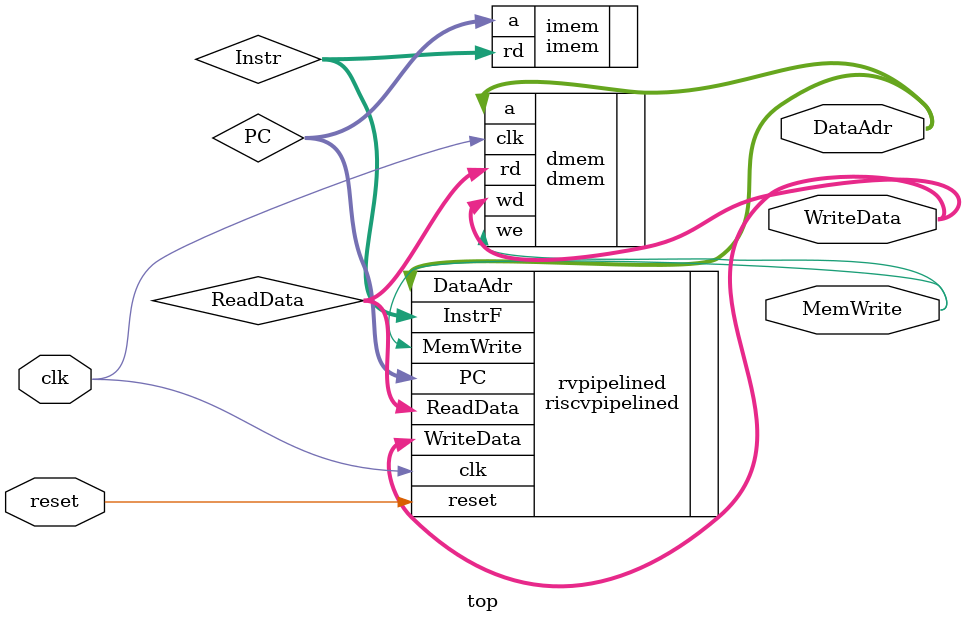
<source format=v>
module top(input  clk, reset, 
           output [31:0] WriteData, DataAdr, 
           output MemWrite);
  
  wire [31:0] PC, Instr, ReadData; 
  
  // instantiate processor and memories
  riscvpipelined rvpipelined(
    .clk(clk), 
    .reset(reset), 
    .PC(PC), 
    .InstrF(Instr), 
    .MemWrite(MemWrite), 
    .DataAdr(DataAdr), 
    .WriteData(WriteData), 
    .ReadData(ReadData)
  ); 

  imem imem(
    .a(PC), 
    .rd(Instr)
  ); 

  dmem dmem(
    .clk(clk), 
    .we(MemWrite), 
    .a(DataAdr), 
    .wd(WriteData), 
    .rd(ReadData)
  ); 
endmodule
</source>
